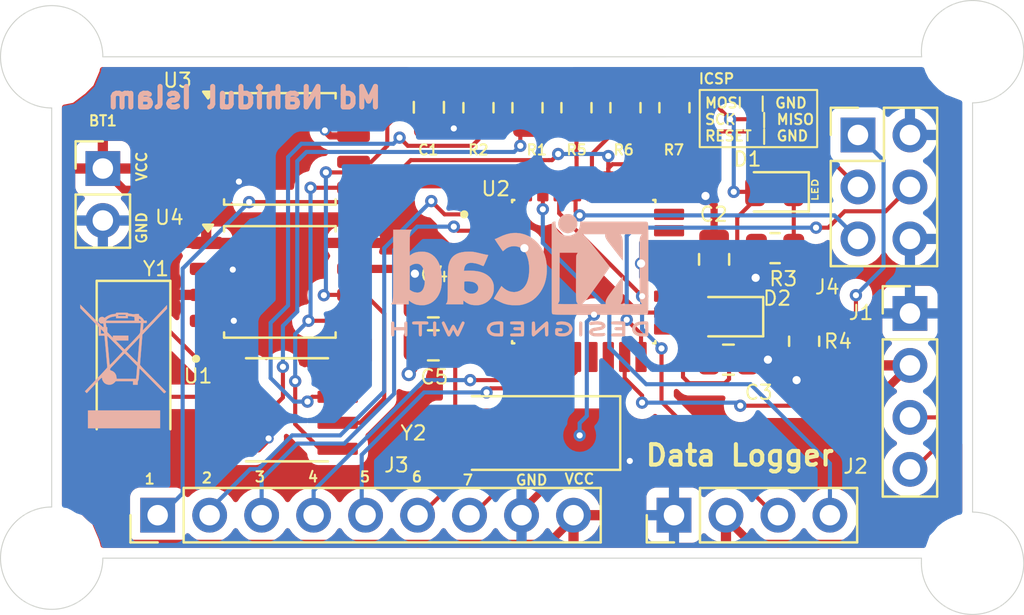
<source format=kicad_pcb>
(kicad_pcb (version 20240108) (generator "pcbnew") (generator_version "8.0")
  (title_block (title "${project_name}") (date "2024-09-26") (comment 1 "2 Layer PCB Version"))
  (layers (0 "F.Cu" signal) (31 "B.Cu" signal) (34 "B.Paste" user) (35 "F.Paste" user) (36 "B.SilkS" user "B.Silkscreen") (37 "F.SilkS" user "F.Silkscreen") (38 "B.Mask" user) (39 "F.Mask" user) (44 "Edge.Cuts" user))
  (property "project_name" "MCU DataLogger with memory and clock")
  (net 0 "")
  (net 1 "GND")
  (net 2 "/VCC")
  (net 3 "Net-(U2-AREF)")
  (net 4 "Net-(U2-PB6)")
  (net 5 "Net-(U2-PB7)")
  (net 6 "Net-(D1-K)")
  (net 7 "/SCK")
  (net 8 "Net-(D2-K)")
  (net 9 "/SDA")
  (net 10 "/TX")
  (net 11 "/RX")
  (net 12 "/D8")
  (net 13 "/D7")
  (net 14 "/D3")
  (net 15 "/D2")
  (net 16 "/D6")
  (net 17 "/MISO")
  (net 18 "/MOSI")
  (net 19 "/RESET")
  (net 20 "Net-(U1-~{INTA})")
  (net 21 "Net-(U1-SQW{slash}~INT)")
  (net 22 "Net-(U1-X2)")
  (net 23 "Net-(U1-X1)")
  (net 32 "/D5")
  (net 33 "/D4")
  (footprint "Package_SO:SOIC-8_5.23x5.23mm_P1.27mm" (layer "F.Cu") (at 101.15 64.5)
    (property "Reference" "U3")
    (property "Value" "24LC1025" (hide yes))
  )
  (footprint "Resistor_SMD:R_0805_2012Metric" (layer "F.Cu") (at 118.038 62.4875 -90)
    (property "Reference" "R6")
    (property "Value" "4.7K" (hide yes))
  )
  (footprint "MountingHole:MountingHole_2.1mm" (layer "F.Cu") (at 90 60)
    (property "Reference" "H1" (hide yes))
    (property "Value" "MountingHole" (hide yes))
  )
  (footprint "MountingHole:MountingHole_2.1mm" (layer "F.Cu") (at 135 84.75)
    (property "Reference" "H4" (hide yes))
    (property "Value" "MountingHole" (hide yes))
  )
  (footprint "ATMEGA328P-AU:QFP80P900X900X120-32N" (layer "F.Cu") (at 116 70.5)
    (property "Reference" "U2")
    (property "Value" "ATMEGA328P-AU" (hide yes))
  )
  (footprint "Resistor_SMD:R_0805_2012Metric" (layer "F.Cu") (at 110.856 62.4875 -90)
    (property "Reference" "R2")
    (property "Value" "10K" (hide yes))
  )
  (footprint "Connector_PinHeader_2.54mm:PinHeader_1x02_P2.54mm_Vertical" (layer "F.Cu") (at 92.5 65.46)
    (property "Reference" "BT1")
    (property "Value" "Battery" (hide yes))
  )
  (footprint "Resistor_SMD:R_0805_2012Metric" (layer "F.Cu") (at 113.25 62.4875 -90)
    (property "Reference" "R1")
    (property "Value" "10K" (hide yes))
  )
  (footprint "DS1337S_:SOIC127P600X175-8N" (layer "F.Cu") (at 101.5 77.25)
    (property "Reference" "U1")
    (property "Value" "DS1337S_" (hide yes))
  )
  (footprint "Resistor_SMD:R_0805_2012Metric" (layer "F.Cu") (at 115.644 62.4875 -90)
    (property "Reference" "R5")
    (property "Value" "10K" (hide yes))
  )
  (footprint "Capacitor_SMD:C_0805_2012Metric" (layer "F.Cu") (at 108.432 62.4675 -90)
    (property "Reference" "C1")
    (property "Value" ".1uF" (hide yes))
  )
  (footprint "Connector_PinHeader_2.54mm:PinHeader_1x09_P2.54mm_Vertical" (layer "F.Cu") (at 95.18 82.4 90)
    (property "Reference" "J3")
    (property "Value" "Conn_01x09_Pin" (hide yes))
  )
  (footprint "Connector_PinHeader_2.54mm:PinHeader_1x04_P2.54mm_Vertical" (layer "F.Cu") (at 131.94 72.54)
    (property "Reference" "J1")
    (property "Value" "Conn_01x04_Pin" (hide yes))
  )
  (footprint "Crystal:Crystal_SMD_5032-2Pin_5.0x3.2mm_HandSoldering" (layer "F.Cu") (at 113.2332 78.3844 180)
    (property "Reference" "Y2")
    (property "Value" "16MHz" (hide yes))
  )
  (footprint "Resistor_SMD:R_0805_2012Metric" (layer "F.Cu") (at 120.432 62.4875 -90)
    (property "Reference" "R7")
    (property "Value" "4.7K" (hide yes))
  )
  (footprint "Capacitor_SMD:C_0805_2012Metric" (layer "F.Cu") (at 108.65 74.1 180)
    (property "Reference" "C5")
    (property "Value" "22pF" (hide yes))
  )
  (footprint "Resistor_SMD:R_0805_2012Metric" (layer "F.Cu") (at 125.35 69.35)
    (property "Reference" "R3")
    (property "Value" "330" (hide yes))
  )
  (footprint "Connector_PinHeader_2.54mm:PinHeader_1x04_P2.54mm_Vertical" (layer "F.Cu") (at 120.41 82.4 90)
    (property "Reference" "J2")
    (property "Value" "Conn_01x04_Pin" (hide yes))
  )
  (footprint "LED_SMD:LED_0805_2012Metric" (layer "F.Cu") (at 123.0843 72.7 180)
    (property "Reference" "D2")
    (property "Value" "LED" (hide yes))
  )
  (footprint "LED_SMD:LED_0805_2012Metric" (layer "F.Cu") (at 125.3125 66.6 180)
    (property "Reference" "D1")
    (property "Value" "LED")
  )
  (footprint "Capacitor_SMD:C_0805_2012Metric" (layer "F.Cu") (at 123.07 74.8)
    (property "Reference" "C3")
    (property "Value" "100nF" (hide yes))
  )
  (footprint "Crystal:Crystal_SMD_5032-2Pin_5.0x3.2mm_HandSoldering" (layer "F.Cu") (at 94 75.5 -90)
    (property "Reference" "Y1")
    (property "Value" "32.768 KHz" (hide yes))
  )
  (footprint "Capacitor_SMD:C_0805_2012Metric" (layer "F.Cu") (at 108.65 72 180)
    (property "Reference" "C4")
    (property "Value" "22pF" (hide yes))
  )
  (footprint "Resistor_SMD:R_0805_2012Metric" (layer "F.Cu") (at 126.77 73.9 -90)
    (property "Reference" "R4")
    (property "Value" "330" (hide yes))
  )
  (footprint "MountingHole:MountingHole_2.1mm" (layer "F.Cu") (at 90 84.5)
    (property "Reference" "H3" (hide yes))
    (property "Value" "MountingHole" (hide yes))
  )
  (footprint "Connector_PinHeader_2.54mm:PinHeader_2x03_P2.54mm_Vertical" (layer "F.Cu") (at 129.4 63.82)
    (property "Reference" "J4")
    (property "Value" "Conn_02x03_Odd_Even" (hide yes))
  )
  (footprint "Package_SO:SOIC-8_5.23x5.23mm_P1.27mm" (layer "F.Cu") (at 101.15 71)
    (property "Reference" "U4")
    (property "Value" "24LC1025" (hide yes))
  )
  (footprint "MountingHole:MountingHole_2.1mm" (layer "F.Cu") (at 135 59.75)
    (property "Reference" "H2" (hide yes))
    (property "Value" "MountingHole" (hide yes))
  )
  (footprint "Capacitor_SMD:C_0805_2012Metric" (layer "F.Cu") (at 122.37 69.9 -90)
    (property "Reference" "C2")
    (property "Value" "0.1uF" (hide yes))
  )
  (footprint "Symbol:WEEE-Logo_4.2x6mm_SilkScreen" (layer "B.Cu") (at 93.5228 75.1332 180)
    (property "Reference" "REF**" (hide yes))
    (property "Value" "WEEE-Logo_4.2x6mm_SilkScreen" (hide yes))
  )
  (footprint "Symbol:KiCad-Logo2_5mm_SilkScreen" (layer "B.Cu") (at 112.8776 70.6628 180)
    (property "Reference" "REF**" (hide yes))
    (property "Value" "KiCad-Logo2_5mm_SilkScreen" (hide yes))
  )
  (gr_rect (start 121.666 61.6204) (end 127.4064 64.4144) (stroke (width 0.1)) (fill none) (layer "F.SilkS"))
  (gr_line (start 90 82) (end 90 62.5) (stroke (width 0.05)) (layer "Edge.Cuts"))
  (gr_arc (start 90 62.5) (mid 88.232233 58.232233) (end 92.5 60) (stroke (width 0.05)) (layer "Edge.Cuts"))
  (gr_arc (start 92.5 84.5) (mid 88.232233 86.267767) (end 90 82) (stroke (width 0.05)) (layer "Edge.Cuts"))
  (gr_line (start 135 62.25) (end 135 82.25) (stroke (width 0.05)) (layer "Edge.Cuts"))
  (gr_arc (start 135 82.25) (mid 136.767767 86.517767) (end 132.5 84.75) (stroke (width 0.05)) (layer "Edge.Cuts"))
  (gr_line (start 92.5 60) (end 132.512407 59.998759) (stroke (width 0.05)) (layer "Edge.Cuts"))
  (gr_line (start 92.5 84.5) (end 132.5 84.5) (stroke (width 0.05)) (layer "Edge.Cuts"))
  (gr_line (start 132.5 84.75) (end 132.5 84.5) (stroke (width 0.05)) (layer "Edge.Cuts"))
  (gr_arc (start 132.512407 59.998759) (mid 136.677513 57.896369) (end 135 62.25) (stroke (width 0.05)) (layer "Edge.Cuts"))
  (gr_text "Md Nahidul Islam" (at 106.2228 62.5856 0) (layer "B.SilkS") (effects (font (size 1 1) (thickness 0.25) (bold yes)) (justify left bottom mirror)))
  (gr_text "Data Logger" (at 118.9228 80.0608 0) (layer "F.SilkS") (effects (font (size 1 1) (thickness 0.2) (bold yes)) (justify left bottom)))
  (gr_text "7" (at 110.0328 80.9752 0) (layer "F.SilkS") (effects (font (size 0.5 0.5) (thickness 0.1)) (justify left bottom)))
  (gr_text "6" (at 107.5436 80.8228 0) (layer "F.SilkS") (effects (font (size 0.5 0.5) (thickness 0.1)) (justify left bottom)))
  (gr_text "2" (at 97.282 80.8736 0) (layer "F.SilkS") (effects (font (size 0.5 0.5) (thickness 0.1)) (justify left bottom)))
  (gr_text "ICSP\n" (at 121.5644 61.3664 0) (layer "F.SilkS") (effects (font (size 0.5 0.5) (thickness 0.1)) (justify left bottom)))
  (gr_text "VCC\n" (at 94.6912 66.1416 90) (layer "F.SilkS") (effects (font (size 0.5 0.5) (thickness 0.1)) (justify left bottom)))
  (gr_text "GND\n" (at 94.6912 69.1896 90) (layer "F.SilkS") (effects (font (size 0.5 0.5) (thickness 0.1)) (justify left bottom)))
  (gr_text "4" (at 102.4636 80.8228 0) (layer "F.SilkS") (effects (font (size 0.5 0.5) (thickness 0.1)) (justify left bottom)))
  (gr_text "VCC\n" (at 115.0112 80.9244 0) (layer "F.SilkS") (effects (font (size 0.5 0.5) (thickness 0.1)) (justify left bottom)))
  (gr_text "3" (at 99.8728 80.8228 0) (layer "F.SilkS") (effects (font (size 0.5 0.5) (thickness 0.1)) (justify left bottom)))
  (gr_text "GND\n" (at 112.6236 80.9752 0) (layer "F.SilkS") (effects (font (size 0.5 0.5) (thickness 0.1)) (justify left bottom)))
  (gr_text "5" (at 105.0036 80.8228 0) (layer "F.SilkS") (effects (font (size 0.5 0.5) (thickness 0.1)) (justify left bottom)))
  (gr_text "MOSI  | GND\nSCK	  | MISO\nRESET | GND" (at 121.8692 64.1604 0) (layer "F.SilkS") (effects (font (size 0.5 0.5) (thickness 0.1)) (justify left bottom)))
  (gr_text "1\n" (at 94.488 80.9244 0) (layer "F.SilkS") (effects (font (size 0.5 0.5) (thickness 0.1)) (justify left bottom)))
  (segment (start 110.35 70.65) (end 107.8 70.65) (width 0.35) (layer "F.Cu") (net 1))
  (segment (start 109.5675 63.4175) (end 108.432 63.4175) (width 0.35) (layer "F.Cu") (net 1))
  (segment (start 107.8 70.65) (end 107.75 70.6) (width 0.35) (layer "F.Cu") (net 1))
  (segment (start 114.5 80.65) (end 117.6 80.65) (width 0.35) (layer "F.Cu") (net 1))
  (segment (start 98.9 72.9) (end 97.555 72.9) (width 0.35) (layer "F.Cu") (net 1))
  (segment (start 111.83 70.9) (end 110.6 70.9) (width 0.35) (layer "F.Cu") (net 1))
  (segment (start 107.7 70.65) (end 107.75 70.6) (width 0.35) (layer "F.Cu") (net 1))
  (segment (start 122.37 67.22) (end 121.95 66.8) (width 0.35) (layer "F.Cu") (net 1))
  (segment (start 99.025 79.155) (end 100.095 79.155) (width 0.35) (layer "F.Cu") (net 1))
  (segment (start 124.4375 70.7625) (end 124.4 70.8) (width 0.35) (layer "F.Cu") (net 1))
  (segment (start 104.75 70.365) (end 107.515 70.365) (width 0.4) (layer "F.Cu") (net 1))
  (segment (start 103.615 63.865) (end 103.35 63.6) (width 0.35) (layer "F.Cu") (net 1))
  (segment (start 124.02 74.8) (end 125 74.8) (width 0.35) (layer "F.Cu") (net 1))
  (segment (start 97.55 66.405) (end 98.845 66.405) (width 0.35) (layer "F.Cu") (net 1))
  (segment (start 111.83 69.3) (end 113.05 69.3) (width 0.35) (layer "F.Cu") (net 1))
  (segment (start 118.8 70.1) (end 120.17 70.1) (width 0.35) (layer "F.Cu") (net 1))
  (segment (start 113.05 69.3) (end 113.1 69.35) (width 0.35) (layer "F.Cu") (net 1))
  (segment (start 126.77 74.8125) (end 126.77 75.43) (width 0.35) (layer "F.Cu") (net 1))
  (segment (start 97.555 72.9) (end 97.55 72.905) (width 0.35) (layer "F.Cu") (net 1))
  (segment (start 118.25 80) (end 118.25 79.75) (width 0.35) (layer "F.Cu") (net 1))
  (segment (start 110.6 70.9) (end 110.35 70.65) (width 0.35) (layer "F.Cu") (net 1))
  (segment (start 109.65 63.5) (end 109.5675 63.4175) (width 0.35) (layer "F.Cu") (net 1))
  (segment (start 98.85 70.4) (end 97.585 70.4) (width 0.35) (layer "F.Cu") (net 1))
  (segment (start 104.75 63.865) (end 103.615 63.865) (width 0.35) (layer "F.Cu") (net 1))
  (segment (start 107.45 75.5) (end 107.7 75.25) (width 0.35) (layer "F.Cu") (net 1))
  (segment (start 122.37 68.95) (end 122.37 67.22) (width 0.35) (layer "F.Cu") (net 1))
  (segment (start 124.4375 69.35) (end 124.4375 70.7625) (width 0.35) (layer "F.Cu") (net 1))
  (segment (start 107.515 70.365) (end 107.75 70.6) (width 0.35) (layer "F.Cu") (net 1))
  (segment (start 126.77 75.43) (end 126.4 75.8) (width 0.35) (layer "F.Cu") (net 1))
  (segment (start 107.7 72) (end 107.7 70.65) (width 0.35) (layer "F.Cu") (net 1))
  (segment (start 97.585 70.4) (end 97.55 70.365) (width 0.35) (layer "F.Cu") (net 1))
  (segment (start 107.7 75.25) (end 107.7 74.1) (width 0.35) (layer "F.Cu") (net 1))
  (segment (start 112.96 82.55) (end 112.96 82.19) (width 0.35) (layer "F.Cu") (net 1))
  (segment (start 100.095 79.155) (end 100.6 78.65) (width 0.35) (layer "F.Cu") (net 1))
  (segment (start 98.845 66.405) (end 99.15 66.1) (width 0.35) (layer "F.Cu") (net 1))
  (segment (start 117.6 80.65) (end 118.25 80) (width 0.35) (layer "F.Cu") (net 1))
  (segment (start 112.96 82.19) (end 114.5 80.65) (width 0.35) (layer "F.Cu") (net 1))
  (via (at 107.75 70.6) (size 0.9) (drill 0.4) (layers "F.Cu" "B.Cu") (net 1))
  (via (at 121.95 66.8) (size 0.9) (drill 0.4) (layers "F.Cu" "B.Cu") (net 1))
  (via (at 126.4 75.8) (size 0.9) (drill 0.4) (layers "F.Cu" "B.Cu") (net 1))
  (via (at 118.25 79.75) (size 0.6) (drill 0.3) (layers "F.Cu" "B.Cu") (net 1))
  (via (at 100.6 78.65) (size 0.5) (drill 0.3) (layers "F.Cu" "B.Cu") (net 1))
  (via (at 124.4 70.8) (size 0.9) (drill 0.4) (layers "F.Cu" "B.Cu") (net 1))
  (via (at 98.85 70.4) (size 0.5) (drill 0.3) (layers "F.Cu" "B.Cu") (net 1))
  (via (at 98.9 72.9) (size 0.5) (drill 0.3) (layers "F.Cu" "B.Cu") (net 1))
  (via (at 103.35 63.6) (size 0.5) (drill 0.3) (layers "F.Cu" "B.Cu") (net 1))
  (via (at 118.8 70.1) (size 0.6) (drill 0.4) (layers "F.Cu" "B.Cu") (net 1))
  (via (at 99.15 66.1) (size 0.5) (drill 0.3) (layers "F.Cu" "B.Cu") (net 1))
  (via (at 109.65 63.5) (size 0.5) (drill 0.3) (layers "F.Cu" "B.Cu") (net 1))
  (via (at 113.1 69.35) (size 0.9) (drill 0.4) (layers "F.Cu" "B.Cu") (net 1))
  (via (at 125 74.8) (size 0.9) (drill 0.4) (layers "F.Cu" "B.Cu") (net 1))
  (via (at 107.45 75.5) (size 0.7) (drill 0.4) (layers "F.Cu" "B.Cu") (net 1))
  (segment (start 112.96 82.55) (end 112.96 82.09) (width 0.35) (layer "B.Cu") (net 1))
  (segment (start 109.85 69.7) (end 107.9 67.75) (width 0.3) (layer "F.Cu") (net 2))
  (segment (start 111.83 71.7) (end 117.9 71.7) (width 0.2) (layer "F.Cu") (net 2))
  (segment (start 95.55 66.45) (end 93.49 66.45) (width 0.3) (layer "F.Cu") (net 2))
  (segment (start 108.167 61.7825) (end 108.432 61.5175) (width 0.2) (layer "F.Cu") (net 2))
  (segment (start 122.12 72.7268) (end 122.1468 72.7) (width 0.2) (layer "F.Cu") (net 2))
  (segment (start 90.75 70.1) (end 90.75 69.95) (width 0.2) (layer "F.Cu") (net 2))
  (segment (start 90.75 69.95) (end 90.75 63.35) (width 0.4) (layer "F.Cu") (net 2))
  (segment (start 97.55 69.095) (end 97.545 69.1) (width 0.2) (layer "F.Cu") (net 2))
  (segment (start 120.17 72.5) (end 121.9468 72.5) (width 0.2) (layer "F.Cu") (net 2))
  (segment (start 96.15 69.1) (end 94.9 70.35) (width 0.4) (layer "F.Cu") (net 2))
  (segment (start 106.345 61.5175) (end 108.432 61.5175) (width 0.4) (layer "F.Cu") (net 2))
  (segment (start 103.975 75.345) (end 104.605 75.345) (width 0.2) (layer "F.Cu") (net 2))
  (segment (start 105.2675 62.595) (end 106.345 61.5175) (width 0.4) (layer "F.Cu") (net 2))
  (segment (start 93.49 66.45) (end 92.5 65.46) (width 0.3) (layer "F.Cu") (net 2))
  (segment (start 100.5 73.4) (end 100.25 73.15) (width 0.4) (layer "F.Cu") (net 2))
  (segment (start 99.9 70.9) (end 99.9 70.445) (width 0.4) (layer "F.Cu") (net 2))
  (segment (start 91.05 70.35) (end 90.8 70.1) (width 0.4) (layer "F.Cu") (net 2))
  (segment (start 130 83.15) (end 130 77.02) (width 0.4) (layer "F.Cu") (net 2))
  (segment (start 99.9 70.445) (end 98.55 69.095) (width 0.4) (layer "F.Cu") (net 2))
  (segment (start 124.2 83.8) (end 129.35 83.8) (width 0.4) (layer "F.Cu") (net 2))
  (segment (start 97.55 65.135) (end 97.55 63.865) (width 0.4) (layer "F.Cu") (net 2))
  (segment (start 97.545 69.1) (end 96.15 69.1) (width 0.4) (layer "F.Cu") (net 2))
  (segment (start 97.55 71.635) (end 99.165 71.635) (width 0.4) (layer "F.Cu") (net 2))
  (segment (start 99.165 71.635) (end 99.9 70.9) (width 0.4) (layer "F.Cu") (net 2))
  (segment (start 110.35 69.7) (end 109.85 69.7) (width 0.3) (layer "F.Cu") (net 2))
  (segment (start 102.945 75.345) (end 101 73.4) (width 0.4) (layer "F.Cu") (net 2))
  (segment (start 113.05 71.4) (end 113.05 70.45) (width 0.2) (layer "F.Cu") (net 2))
  (segment (start 91.505 62.595) (end 97.55 62.595) (width 0.4) (layer "F.Cu") (net 2))
  (segment (start 112.75 71.7) (end 113.05 71.4) (width 0.2) (layer "F.Cu") (net 2))
  (segment (start 115.644 61.575) (end 118.038 61.575) (width 0.4) (layer "F.Cu") (net 2))
  (segment (start 118.7 72.5) (end 120.17 72.5) (width 0.2) (layer "F.Cu") (net 2))
  (segment (start 97.55 62.595) (end 104.75 62.595) (width 0.4) (layer "F.Cu") (net 2))
  (segment (start 100.25 73.15) (end 100.25 72.2) (width 0.4) (layer "F.Cu") (net 2))
  (segment (start 103.975 75.345) (end 102.945 75.345) (width 0.4) (layer "F.Cu") (net 2))
  (segment (start 96.135 69.095) (end 97.55 69.095) (width 0.4) (layer "F.Cu") (net 2))
  (segment (start 100.25 72.2) (end 99.685 71.635) (width 0.4) (layer "F.Cu") (net 2))
  (segment (start 104.75 69.095) (end 98.55 69.095) (width 0.4) (layer "F.Cu") (net 2))
  (segment (start 129.35 83.8) (end 130 83.15) (width 0.4) (layer "F.Cu") (net 2))
  (segment (start 118.038 61.575) (end 120.432 61.575) (width 0.4) (layer "F.Cu") (net 2))
  (segment (start 130 77.02) (end 131.94 75.08) (width 0.4) (layer "F.Cu") (net 2))
  (segment (start 97.55 63.865) (end 97.55 62.595) (width 0.4) (layer "F.Cu") (net 2))
  (segment (start 90.75 63.35) (end 91.505 62.595) (width 0.4) (layer "F.Cu") (net 2))
  (segment (start 93.4 83.8) (end 90.75 81.15) (width 0.4) (layer "F.Cu") (net 2))
  (segment (start 90.8 70.1) (end 90.75 70.1) (width 0.2) (layer "F.Cu") (net 2))
  (segment (start 96.85 67.75) (end 95.55 66.45) (width 0.3) (layer "F.Cu") (net 2))
  (segment (start 108.432 61.5175) (end 110.7985 61.5175) (width 0.4) (layer "F.Cu") (net 2))
  (segment (start 111.83 71.7) (end 112.75 71.7) (width 0.2) (layer "F.Cu") (net 2))
  (segment (start 107.9 67.75) (end 96.85 67.75) (width 0.3) (layer "F.Cu") (net 2))
  (segment (start 122.95 82.55) (end 124.2 83.8) (width 0.4) (layer "F.Cu") (net 2))
  (segment (start 110.7985 61.5175) (end 110.856 61.575) (width 0.2) (layer "F.Cu") (net 2))
  (segment (start 99.685 71.635) (end 97.55 71.635) (width 0.4) (layer "F.Cu") (net 2))
  (segment (start 112.7 70.1) (end 111.83 70.1) (width 0.2) (layer "F.Cu") (net 2))
  (segment (start 110.856 61.575) (end 113.25 61.575) (width 0.4) (layer "F.Cu") (net 2))
  (segment (start 110.75 70.1) (end 110.35 69.7) (width 0.3) (layer "F.Cu") (net 2))
  (segment (start 115.5 82.55) (end 114.25 83.8) (width 0.4) (layer "F.Cu") (net 2))
  (segment (start 111.83 70.1) (end 110.75 70.1) (width 0.3) (layer "F.Cu") (net 2))
  (segment (start 113.25 61.575) (end 115.644 61.575) (width 0.4) (layer "F.Cu") (net 2))
  (segment (start 98.55 69.095) (end 97.55 69.095) (width 0.4) (layer "F.Cu") (net 2))
  (segment (start 94.9 70.35) (end 91.05 70.35) (width 0.4) (layer "F.Cu") (net 2))
  (segment (start 117.9 71.7) (end 118.7 72.5) (width 0.2) (layer "F.Cu") (net 2))
  (segment (start 104.75 62.595) (end 105.2675 62.595) (width 0.2) (layer "F.Cu") (net 2))
  (segment (start 114.25 83.8) (end 93.4 83.8) (width 0.4) (layer "F.Cu") (net 2))
  (segment (start 122.12 74.8) (end 122.12 72.7268) (width 0.2) (layer "F.Cu") (net 2))
  (segment (start 92.5 65.46) (end 96.135 69.095) (width 0.4) (layer "F.Cu") (net 2))
  (segment (start 90.75 81.15) (end 90.75 69.95) (width 0.4) (layer "F.Cu") (net 2))
  (segment (start 121.9468 72.5) (end 122.1468 72.7) (width 0.2) (layer "F.Cu") (net 2))
  (segment (start 101 73.4) (end 100.5 73.4) (width 0.4) (layer "F.Cu") (net 2))
  (segment (start 113.05 70.45) (end 112.7 70.1) (width 0.2) (layer "F.Cu") (net 2))
  (segment (start 120.17 70.9) (end 122.32 70.9) (width 0.2) (layer "F.Cu") (net 3))
  (segment (start 122.32 70.9) (end 122.37 70.85) (width 0.2) (layer "F.Cu") (net 3))
  (segment (start 109.72 72) (end 110.22 72.5) (width 0.2) (layer "F.Cu") (net 4))
  (segment (start 116.5 72.6) (end 116.4 72.5) (width 0.2) (layer "F.Cu") (net 4))
  (segment (start 116.4 72.5) (end 111.83 72.5) (width 0.2) (layer "F.Cu") (net 4))
  (segment (start 110.22 72.5) (end 111.83 72.5) (width 0.2) (layer "F.Cu") (net 4))
  (via (at 116.5 72.6) (size 0.6) (drill 0.3) (layers "F.Cu" "B.Cu") (net 4))
  (via (at 115.8 78.5) (size 0.6) (drill 0.3) (layers "F.Cu" "B.Cu") (net 4))
  (segment (start 116.15 77.55) (end 116.15 72.95) (width 0.2) (layer "B.Cu") (net 4))
  (segment (start 115.8 77.9) (end 116.15 77.55) (width 0.2) (layer "B.Cu") (net 4))
  (segment (start 115.8 78.5) (end 115.8 77.9) (width 0.2) (layer "B.Cu") (net 4))
  (segment (start 116.15 72.95) (end 116.5 72.6) (width 0.2) (layer "B.Cu") (net 4))
  (segment (start 110.3 73.35) (end 111.78 73.35) (width 0.2) (layer "F.Cu") (net 5))
  (segment (start 109.72 74.1) (end 109.72 73.93) (width 0.2) (layer "F.Cu") (net 5))
  (segment (start 109.72 77.37) (end 109.72 74.1) (width 0.2) (layer "F.Cu") (net 5))
  (segment (start 110.6 78.5) (end 109.72 77.62) (width 0.2) (layer "F.Cu") (net 5))
  (segment (start 111.78 73.35) (end 111.83 73.3) (width 0.2) (layer "F.Cu") (net 5))
  (segment (start 109.72 73.93) (end 110.3 73.35) (width 0.2) (layer "F.Cu") (net 5))
  (segment (start 126.2625 69.35) (end 126.2625 66.6125) (width 0.2) (layer "F.Cu") (net 6))
  (segment (start 126.2625 66.6125) (end 126.25 66.6) (width 0.2) (layer "F.Cu") (net 6))
  (segment (start 131.94 80.16) (end 132.06 80.16) (width 0.2) (layer "F.Cu") (net 7))
  (segment (start 132.942158 61.842158) (end 132.907843 61.842158) (width 0.2) (layer "F.Cu") (net 7))
  (segment (start 106.25 76.7) (end 106.25 72.55) (width 0.2) (layer "F.Cu") (net 7))
  (segment (start 104.75 71.635) (end 103.315 71.635) (width 0.2) (layer "F.Cu") (net 7))
  (segment (start 124.375 66.6) (end 124.33 66.555) (width 0.2) (layer "F.Cu") (net 7))
  (segment (start 120.85 73.98) (end 120.17 73.3) (width 0.2) (layer "F.Cu") (net 7))
  (segment (start 119.6795 62.45) (end 122.55 62.45) (width 0.2) (layer "F.Cu") (net 7))
  (segment (start 104.235 65.65) (end 104.75 65.135) (width 0.2) (layer "F.Cu") (net 7))
  (segment (start 127.05 61.7) (end 125.7 63.05) (width 0.2) (layer "F.Cu") (net 7))
  (segment (start 107.1825 62.5675) (end 117.712 62.5675) (width 0.2) (layer "F.Cu") (net 7))
  (segment (start 128.19 65.15) (end 129.4 66.36) (width 0.2) (layer "F.Cu") (net 7))
  (segment (start 118.038 63.4) (end 118.7295 63.4) (width 0.2) (layer "F.Cu") (net 7))
  (segment (start 123.5 67.85) (end 123.5 71.5) (width 0.2) (layer "F.Cu") (net 7))
  (segment (start 120.85 75.65) (end 120.85 73.98) (width 0.2) (layer "F.Cu") (net 7))
  (segment (start 122.9 75.95) (end 121.15 75.95) (width 0.2) (layer "F.Cu") (net 7))
  (segment (start 124.33 66.555) (end 124.33 65.45) (width 0.2) (layer "F.Cu") (net 7))
  (segment (start 134.05 62.95) (end 132.942158 61.842158) (width 0.2) (layer "F.Cu") (net 7))
  (segment (start 103.315 71.635) (end 103.3 71.65) (width 0.2) (layer "F.Cu") (net 7))
  (segment (start 117.712 62.5675) (end 118.038 62.8935) (width 0.2) (layer "F.Cu") (net 7))
  (segment (start 106.4 64.35) (end 106.4 63.35) (width 0.2) (layer "F.Cu") (net 7))
  (segment (start 105.065 77.885) (end 106.25 76.7) (width 0.2) (layer "F.Cu") (net 7))
  (segment (start 106.25 72.55) (end 105.335 71.635) (width 0.2) (layer "F.Cu") (net 7))
  (segment (start 132.907843 61.842158) (end 132.907843 61.807843) (width 0.2) (layer "F.Cu") (net 7))
  (segment (start 117.7495 63.4) (end 118.038 63.4) (width 0.2) (layer "F.Cu") (net 7))
  (segment (start 125.7 63.05) (end 123.15 63.05) (width 0.2) (layer "F.Cu") (net 7))
  (segment (start 134.05 78.25) (end 134.05 62.95) (width 0.2) (layer "F.Cu") (net 7))
  (segment (start 123.5 71.5) (end 123.1 71.9) (width 0.2) (layer "F.Cu") (net 7))
  (segment (start 124.375 66.6) (end 123.33 66.6) (width 0.2) (layer "F.Cu") (net 7))
  (segment (start 106.4 63.35) (end 107.1825 62.5675) (width 0.2) (layer "F.Cu") (net 7))
  (segment (start 124.375 66.975) (end 124.375 66.6) (width 0.2) (layer "F.Cu") (net 7))
  (segment (start 105.615 65.135) (end 106.4 64.35) (width 0.2) (layer "F.Cu") (net 7))
  (segment (start 132.1 80.2) (end 134.05 78.25) (width 0.2) (layer "F.Cu") (net 7))
  (segment (start 118.7295 63.4) (end 119.6795 62.45) (width 0.2) (layer "F.Cu") (net 7))
  (segment (start 103.975 77.885) (end 105.065 77.885) (width 0.2) (layer "F.Cu") (net 7))
  (segment (start 116.4 66.33) (end 116.4 64.7495) (width 0.2) (layer "F.Cu") (net 7))
  (segment (start 122.55 62.45) (end 123.15 63.05) (width 0.2) (layer "F.Cu") (net 7))
  (segment (start 123.1 71.9) (end 123.1 75.75) (width 0.2) (layer "F.Cu") (net 7))
  (segment (start 104.75 65.135) (end 105.615 65.135) (width 0.2) (layer "F.Cu") (net 7))
  (segment (start 124.33 65.45) (end 124.63 65.15) (width 0.2) (layer "F.Cu") (net 7))
  (segment (start 123.1 75.75) (end 122.9 75.95) (width 0.2) (layer "F.Cu") (net 7))
  (segment (start 121.15 75.95) (end 120.85 75.65) (width 0.2) (layer "F.Cu") (net 7))
  (segment (start 132.06 80.16) (end 132.1 80.2) (width 0.2) (layer "F.Cu") (net 7))
  (segment (start 123.5 67.85) (end 124.375 66.975) (width 0.2) (layer "F.Cu") (net 7))
  (segment (start 124.63 65.15) (end 128.19 65.15) (width 0.2) (layer "F.Cu") (net 7))
  (segment (start 132.907843 61.807843) (end 132.8 61.7) (width 0.2) (layer "F.Cu") (net 7))
  (segment (start 118.038 62.8935) (end 118.038 63.4) (width 0.2) (layer "F.Cu") (net 7))
  (segment (start 116.4 64.7495) (end 117.7495 63.4) (width 0.2) (layer "F.Cu") (net 7))
  (segment (start 105.335 71.635) (end 104.75 71.635) (width 0.2) (layer "F.Cu") (net 7))
  (segment (start 103.4 65.65) (end 104.235 65.65) (width 0.2) (layer "F.Cu") (net 7))
  (segment (start 132.8 61.7) (end 127.05 61.7) (width 0.2) (layer "F.Cu") (net 7))
  (via (at 103.3 71.65) (size 0.6) (drill 0.3) (layers "F.Cu" "B.Cu") (net 7))
  (via (at 123.33 66.6) (size 0.6) (drill 0.3) (layers "F.Cu" "B.Cu") (net 7))
  (via (at 123.15 63.05) (size 0.6) (drill 0.3) (layers "F.Cu" "B.Cu") (net 7))
  (via (at 103.4 65.65) (size 0.6) (drill 0.3) (layers "F.Cu" "B.Cu") (net 7))
  (segment (start 103.4 71.55) (end 103.3 71.65) (width 0.2) (layer "B.Cu") (net 7))
  (segment (start 103.4 65.65) (end 103.4 71.55) (width 0.2) (layer "B.Cu") (net 7))
  (segment (start 123.33 66.6) (end 123.33 63.15) (width 0.2) (layer "B.Cu") (net 7))
  (segment (start 126.4825 72.7) (end 126.77 72.9875) (width 0.2) (layer "F.Cu") (net 8))
  (segment (start 124.0218 72.7) (end 126.4825 72.7) (width 0.2) (layer "F.Cu") (net 8))
  (segment (start 131.94 77.62) (end 133.23 77.62) (width 0.2) (layer "F.Cu") (net 9))
  (segment (start 117.2 66.33) (end 117.2 65.45) (width 0.2) (layer "F.Cu") (net 9))
  (segment (start 107.55 65.05) (end 114.3 65.05) (width 0.2) (layer "F.Cu") (net 9))
  (segment (start 118.8295 65.25) (end 120.432 63.6475) (width 0.2) (layer "F.Cu") (net 9))
  (segment (start 104.755 66.4) (end 106.2 66.4) (width 0.2) (layer "F.Cu") (net 9))
  (segment (start 117.2 64.85) (end 117.2 66.33) (width 0.2) (layer "F.Cu") (net 9))
  (segment (start 101.9 75.85) (end 101.9 77.95) (width 0.2) (layer "F.Cu") (net 9))
  (segment (start 120.682 63.65) (end 120.432 63.4) (width 0.2) (layer "F.Cu") (net 9))
  (segment (start 104.745 72.9) (end 104.75 72.905) (width 0.2) (layer "F.Cu") (net 9))
  (segment (start 132.7 62.2) (end 127.2 62.2) (width 0.2) (layer "F.Cu") (net 9))
  (segment (start 133.65 77.2) (end 133.65 63.15) (width 0.2) (layer "F.Cu") (net 9))
  (segment (start 114.3 65.05) (end 114.45 65.05) (width 0.2) (layer "F.Cu") (net 9))
  (segment (start 120.432 63.6475) (end 120.432 63.4) (width 0.2) (layer "F.Cu") (net 9))
  (segment (start 114.45 65.05) (end 114.75 64.75) (width 0.2) (layer "F.Cu") (net 9))
  (segment (start 117.2 65.45) (end 117.4 65.25) (width 0.2) (layer "F.Cu") (net 9))
  (segment (start 133.65 63.15) (end 132.7 62.2) (width 0.2) (layer "F.Cu") (net 9))
  (segment (start 104.75 66.405) (end 104.755 66.4) (width 0.2) (layer "F.Cu") (net 9))
  (segment (start 125.75 63.65) (end 120.682 63.65) (width 0.2) (layer "F.Cu") (net 9))
  (segment (start 104.745 66.4) (end 102.65 66.4) (width 0.2) (layer "F.Cu") (net 9))
  (segment (start 104.75 66.405) (end 104.745 66.4) (width 0.2) (layer "F.Cu") (net 9))
  (segment (start 127.2 62.2) (end 125.75 63.65) (width 0.2) (layer "F.Cu") (net 9))
  (segment (start 117.4 65.25) (end 118.8295 65.25) (width 0.2) (layer "F.Cu") (net 9))
  (segment (start 133.23 77.62) (end 133.65 77.2) (width 0.2) (layer "F.Cu") (net 9))
  (segment (start 106.2 66.4) (end 107.55 65.05) (width 0.2) (layer "F.Cu") (net 9))
  (segment (start 103.105 79.155) (end 103.975 79.155) (width 0.2) (layer "F.Cu") (net 9))
  (segment (start 102.55 72.9) (end 104.745 72.9) (width 0.2) (layer "F.Cu") (net 9))
  (segment (start 101.9 77.95) (end 103.105 79.155) (width 0.2) (layer "F.Cu") (net 9))
  (via (at 114.75 64.75) (size 0.6) (drill 0.3) (layers "F.Cu" "B.Cu") (net 9))
  (via (at 102.65 66.4) (size 0.6) (drill 0.3) (layers "F.Cu" "B.Cu") (net 9))
  (via (at 102.55 72.9) (size 0.6) (drill 0.3) (layers "F.Cu" "B.Cu") (net 9))
  (via (at 117.2 64.85) (size 0.6) (drill 0.3) (layers "F.Cu" "B.Cu") (net 9))
  (via (at 101.9 75.85) (size 0.6) (drill 0.3) (layers "F.Cu" "B.Cu") (net 9))
  (segment (start 101.9 75.85) (end 101.9 73.55) (width 0.2) (layer "B.Cu") (net 9))
  (segment (start 101.9 73.55) (end 102.55 72.9) (width 0.2) (layer "B.Cu") (net 9))
  (segment (start 117.1 64.75) (end 117.2 64.85) (width 0.2) (layer "B.Cu") (net 9))
  (segment (start 114.75 64.75) (end 117.1 64.75) (width 0.2) (layer "B.Cu") (net 9))
  (segment (start 102.65 66.4) (end 102.65 72.8) (width 0.2) (layer "B.Cu") (net 9))
  (segment (start 102.65 72.8) (end 102.55 72.9) (width 0.2) (layer "B.Cu") (net 9))
  (segment (start 114 66.33) (end 114 67.45) (width 0.2) (layer "F.Cu") (net 10))
  (via (at 114 67.45) (size 0.6) (drill 0.3) (layers "F.Cu" "B.Cu") (net 10))
  (segment (start 114 69.1) (end 117.25 72.35) (width 0.2) (layer "B.Cu") (net 10))
  (segment (start 117.25 74.2) (end 119.05 76) (width 0.2) (layer "B.Cu") (net 10))
  (segment (start 114 67.45) (end 114 69.1) (width 0.2) (layer "B.Cu") (net 10))
  (segment (start 117.25 72.35) (end 117.25 74.2) (width 0.2) (layer "B.Cu") (net 10))
  (segment (start 119.05 76) (end 124.15 76) (width 0.2) (layer "B.Cu") (net 10))
  (segment (start 124.15 76) (end 128.03 79.88) (width 0.2) (layer "B.Cu") (net 10))
  (segment (start 128.03 79.88) (end 128.03 82.55) (width 0.2) (layer "B.Cu") (net 10))
  (segment (start 119.8 76.86) (end 125.49 82.55) (width 0.2) (layer "F.Cu") (net 11))
  (segment (start 114.8 67.65) (end 118.85 71.7) (width 0.2) (layer "F.Cu") (net 11))
  (segment (start 114.8 66.33) (end 114.8 67.65) (width 0.2) (layer "F.Cu") (net 11))
  (segment (start 119.8 74.25) (end 119.8 76.86) (width 0.2) (layer "F.Cu") (net 11))
  (via (at 119.8 74.25) (size 0.6) (drill 0.3) (layers "F.Cu" "B.Cu") (net 11))
  (via (at 118.85 71.7) (size 0.6) (drill 0.3) (layers "F.Cu" "B.Cu") (net 11))
  (segment (start 118.85 73.3) (end 119.8 74.25) (width 0.2) (layer "B.Cu") (net 11))
  (segment (start 118.85 71.7) (end 118.85 73.3) (width 0.2) (layer "B.Cu") (net 11))
  (segment (start 114 77) (end 115.6 75.4) (width 0.2) (layer "F.Cu") (net 12))
  (segment (start 113.45 77) (end 114 77) (width 0.2) (layer "F.Cu") (net 12))
  (segment (start 110.42 82.55) (end 112.12 80.85) (width 0.2) (layer "F.Cu") (net 12))
  (segment (start 115.6 75.4) (end 115.6 74.67) (width 0.2) (layer "F.Cu") (net 12))
  (segment (start 113.35 77.1) (end 113.45 77) (width 0.2) (layer "F.Cu") (net 12))
  (segment (start 112.5 80.85) (end 113.35 80) (width 0.2) (layer "F.Cu") (net 12))
  (segment (start 113.35 80) (end 113.35 77.1) (width 0.2) (layer "F.Cu") (net 12))
  (segment (start 112.12 80.85) (end 112.5 80.85) (width 0.2) (layer "F.Cu") (net 12))
  (segment (start 113.65 76.6) (end 114.8 75.45) (width 0.2) (layer "F.Cu") (net 13))
  (segment (start 112.9 79.85) (end 112.9 76.85) (width 0.2) (layer "F.Cu") (net 13))
  (segment (start 112.9 76.85) (end 113.15 76.6) (width 0.2) (layer "F.Cu") (net 13))
  (segment (start 109.98 80.45) (end 112.3 80.45) (width 0.2) (layer "F.Cu") (net 13))
  (segment (start 114.8 75.45) (end 114.8 74.67) (width 0.2) (layer "F.Cu") (net 13))
  (segment (start 113.15 76.6) (end 113.65 76.6) (width 0.2) (layer "F.Cu") (net 13))
  (segment (start 112.3 80.45) (end 112.9 79.85) (width 0.2) (layer "F.Cu") (net 13))
  (segment (start 107.88 82.55) (end 109.98 80.45) (width 0.2) (layer "F.Cu") (net 13))
  (segment (start 108.55 67.05) (end 109.2 67.7) (width 0.2) (layer "F.Cu") (net 14))
  (segment (start 109.2 67.7) (end 111.83 67.7) (width 0.2) (layer "F.Cu") (net 14))
  (via (at 108.55 67.05) (size 0.6) (drill 0.3) (layers "F.Cu" "B.Cu") (net 14))
  (segment (start 106.25 76.35) (end 104.1 78.5) (width 0.2) (layer "B.Cu") (net 14))
  (segment (start 100.1 80.15) (end 99.7 80.15) (width 0.2) (layer "B.Cu") (net 14))
  (segment (start 108.55 67.05) (end 106.25 69.35) (width 0.2) (layer "B.Cu") (net 14))
  (segment (start 106.25 69.35) (end 106.25 76.35) (width 0.2) (layer "B.Cu") (net 14))
  (segment (start 99.7 80.15) (end 97.72 82.13) (width 0.2) (layer "B.Cu") (net 14))
  (segment (start 101.75 78.5) (end 100.1 80.15) (width 0.2) (layer "B.Cu") (net 14))
  (segment (start 104.1 78.5) (end 101.75 78.5) (width 0.2) (layer "B.Cu") (net 14))
  (segment (start 97.72 82.13) (end 97.72 82.55) (width 0.2) (layer "B.Cu") (net 14))
  (segment (start 106.35 67.1) (end 99.65 67.1) (width 0.2) (layer "F.Cu") (net 15))
  (segment (start 107.12 66.33) (end 106.7 66.75) (width 0.2) (layer "F.Cu") (net 15))
  (segment (start 113.2 66.33) (end 107.12 66.33) (width 0.2) (layer "F.Cu") (net 15))
  (segment (start 106.7 66.75) (end 106.35 67.1) (width 0.2) (layer "F.Cu") (net 15))
  (via (at 99.65 67.1) (size 0.6) (drill 0.3) (layers "F.Cu" "B.Cu") (net 15))
  (segment (start 99.65 67.1) (end 96.4 70.35) (width 0.2) (layer "B.Cu") (net 15))
  (segment (start 96.4 70.35) (end 96.4 81.33) (width 0.2) (layer "B.Cu") (net 15))
  (segment (start 96.4 81.33) (end 95.18 82.55) (width 0.2) (layer "B.Cu") (net 15))
  (segment (start 114 75.5) (end 113.3 76.2) (width 0.2) (layer "F.Cu") (net 16))
  (segment (start 113.3 76.2) (end 111.45 76.2) (width 0.2) (layer "F.Cu") (net 16))
  (segment (start 114 74.67) (end 114 75.5) (width 0.2) (layer "F.Cu") (net 16))
  (segment (start 111.45 76.2) (end 111.25 76.4) (width 0.2) (layer "F.Cu") (net 16))
  (via (at 111.25 76.4) (size 0.6) (drill 0.3) (layers "F.Cu" "B.Cu") (net 16))
  (segment (start 105.15 79.45) (end 105.15 82.36) (width 0.2) (layer "B.Cu") (net 16))
  (segment (start 108.2 76.4) (end 105.15 79.45) (width 0.2) (layer "B.Cu") (net 16))
  (segment (start 105.15 82.36) (end 105.34 82.55) (width 0.2) (layer "B.Cu") (net 16))
  (segment (start 111.25 76.4) (end 108.2 76.4) (width 0.2) (layer "B.Cu") (net 16))
  (segment (start 118.8 74.67) (end 118.8 73.55) (width 0.2) (layer "F.Cu") (net 17))
  (segment (start 127.35 68.35) (end 127.95 68.35) (width 0.2) (layer "F.Cu") (net 17))
  (segment (start 130.75 67.55) (end 131.94 66.36) (width 0.2) (layer "F.Cu") (net 17))
  (segment (start 118.8 73.55) (end 118.1 72.85) (width 0.2) (layer "F.Cu") (net 17))
  (segment (start 128.75 67.55) (end 130.75 67.55) (width 0.2) (layer "F.Cu") (net 17))
  (segment (start 127.95 68.35) (end 128.75 67.55) (width 0.2) (layer "F.Cu") (net 17))
  (via (at 127.35 68.35) (size 0.6) (drill 0.3) (layers "F.Cu" "B.Cu") (net 17))
  (via (at 118.1 72.85) (size 0.6) (drill 0.3) (layers "F.Cu" "B.Cu") (net 17))
  (segment (start 118.1 72.85) (end 118.1 68.75) (width 0.2) (layer "B.Cu") (net 17))
  (segment (start 118.1 68.75) (end 118.5 68.35) (width 0.2) (layer "B.Cu") (net 17))
  (segment (start 118.5 68.35) (end 127.35 68.35) (width 0.2) (layer "B.Cu") (net 17))
  (segment (start 118 74.67) (end 118 75.7) (width 0.2) (layer "F.Cu") (net 18))
  (segment (start 118.85 76.55) (end 118.85 76.9) (width 0.2) (layer "F.Cu") (net 18))
  (segment (start 129.3 74.3) (end 129.3 71.65) (width 0.2) (layer "F.Cu") (net 18))
  (segment (start 118 75.7) (end 118.85 76.55) (width 0.2) (layer "F.Cu") (net 18))
  (segment (start 123.65 77.05) (end 126.55 77.05) (width 0.2) (layer "F.Cu") (net 18))
  (segment (start 126.55 77.05) (end 129.3 74.3) (width 0.2) (layer "F.Cu") (net 18))
  (via (at 118.85 76.9) (size 0.6) (drill 0.3) (layers "F.Cu" "B.Cu") (net 18))
  (via (at 123.65 77.05) (size 0.6) (drill 0.3) (layers "F.Cu" "B.Cu") (net 18))
  (via (at 129.3 71.65) (size 0.6) (drill 0.3) (layers "F.Cu" "B.Cu") (net 18))
  (segment (start 130.65 70.3) (end 130.65 65.07) (width 0.2) (layer "B.Cu") (net 18))
  (segment (start 129.3 71.65) (end 130.65 70.3) (width 0.2) (layer "B.Cu") (net 18))
  (segment (start 123.5 76.9) (end 123.65 77.05) (width 0.2) (layer "B.Cu") (net 18))
  (segment (start 118.85 76.9) (end 123.5 76.9) (width 0.2) (layer "B.Cu") (net 18))
  (segment (start 130.65 65.07) (end 129.4 63.82) (width 0.2) (layer "B.Cu") (net 18))
  (segment (start 115.644 64.944) (end 115.65 64.95) (width 0.2) (layer "F.Cu") (net 19))
  (segment (start 115.6 66.33) (end 115.6 67.55) (width 0.2) (layer "F.Cu") (net 19))
  (segment (start 115.644 63.4) (end 115.644 64.944) (width 0.2) (layer "F.Cu") (net 19))
  (segment (start 115.644 63.4) (end 115.862 63.618) (width 0.2) (layer "F.Cu") (net 19))
  (segment (start 115.65 64.95) (end 115.65 66.28) (width 0.2) (layer "F.Cu") (net 19))
  (segment (start 115.6 67.55) (end 115.8 67.75) (width 0.2) (layer "F.Cu") (net 19))
  (segment (start 115.65 66.28) (end 115.6 66.33) (width 0.2) (layer "F.Cu") (net 19))
  (via (at 115.8 67.75) (size 0.6) (drill 0.3) (layers "F.Cu" "B.Cu") (net 19))
  (segment (start 128.25 67.75) (end 129.4 68.9) (width 0.2) (layer "B.Cu") (net 19))
  (segment (start 115.8 67.75) (end 128.25 67.75) (width 0.2) (layer "B.Cu") (net 19))
  (segment (start 101.3 76.65) (end 100.065 77.885) (width 0.2) (layer "F.Cu") (net 20))
  (segment (start 112.9 64.35) (end 112.9 63.75) (width 0.2) (layer "F.Cu") (net 20))
  (segment (start 100.065 77.885) (end 99.025 77.885) (width 0.2) (layer "F.Cu") (net 20))
  (segment (start 112.9 63.75) (end 113.25 63.4) (width 0.2) (layer "F.Cu") (net 20))
  (segment (start 101.3 75.15) (end 101.3 76.65) (width 0.2) (layer "F.Cu") (net 20))
  (via (at 101.3 75.15) (size 0.6) (drill 0.3) (layers "F.Cu" "B.Cu") (net 20))
  (via (at 112.9 64.35) (size 0.6) (drill 0.3) (layers "F.Cu" "B.Cu") (net 20))
  (segment (start 112.9 64.35) (end 112.6 64.65) (width 0.2) (layer "B.Cu") (net 20))
  (segment (start 112.6 64.65) (end 102.45 64.65) (width 0.2) (layer "B.Cu") (net 20))
  (segment (start 102 72.45) (end 101.3 73.15) (width 0.2) (layer "B.Cu") (net 20))
  (segment (start 101.3 73.15) (end 101.3 75.15) (width 0.2) (layer "B.Cu") (net 20))
  (segment (start 102.45 64.65) (end 102 65.1) (width 0.2) (layer "B.Cu") (net 20))
  (segment (start 102 65.1) (end 102 72.45) (width 0.2) (layer "B.Cu") (net 20))
  (segment (start 103.975 76.615) (end 102.735 76.615) (width 0.2) (layer "F.Cu") (net 21))
  (segment (start 110.856 64.044) (end 110.856 63.4) (width 0.2) (layer "F.Cu") (net 21))
  (segment (start 107.4 64.35) (end 110.55 64.35) (width 0.2) (layer "F.Cu") (net 21))
  (segment (start 102.735 76.615) (end 102.5 76.85) (width 0.2) (layer "F.Cu") (net 21))
  (segment (start 110.55 64.35) (end 110.856 64.044) (width 0.2) (layer "F.Cu") (net 21))
  (segment (start 103.975 76.615) (end 104.935 76.615) (width 0.2) (layer "F.Cu") (net 21))
  (segment (start 107 63.95) (end 107.4 64.35) (width 0.2) (layer "F.Cu") (net 21))
  (via (at 102.5 76.85) (size 0.6) (drill 0.3) (layers "F.Cu" "B.Cu") (net 21))
  (via (at 107 63.95) (size 0.6) (drill 0.3) (layers "F.Cu" "B.Cu") (net 21))
  (segment (start 101.85 76.85) (end 102.5 76.85) (width 0.2) (layer "B.Cu") (net 21))
  (segment (start 100.7 75.7) (end 101.85 76.85) (width 0.2) (layer "B.Cu") (net 21))
  (segment (start 100.7 73) (end 100.7 75.7) (width 0.2) (layer "B.Cu") (net 21))
  (segment (start 106.7 64.25) (end 102.2 64.25) (width 0.2) (layer "B.Cu") (net 21))
  (segment (start 101.55 72.15) (end 100.7 73) (width 0.2) (layer "B.Cu") (net 21))
  (segment (start 102.2 64.25) (end 101.55 64.9) (width 0.2) (layer "B.Cu") (net 21))
  (segment (start 101.55 64.9) (end 101.55 72.15) (width 0.2) (layer "B.Cu") (net 21))
  (segment (start 107 63.95) (end 106.7 64.25) (width 0.2) (layer "B.Cu") (net 21))
  (segment (start 99.025 76.615) (end 95.485 76.615) (width 0.2) (layer "F.Cu") (net 22))
  (segment (start 95.485 76.615) (end 94 78.1) (width 0.2) (layer "F.Cu") (net 22))
  (segment (start 99.025 75.345) (end 97.695 75.345) (width 0.2) (layer "F.Cu") (net 23))
  (segment (start 95.25 72.9) (end 94 72.9) (width 0.2) (layer "F.Cu") (net 23))
  (segment (start 97.695 75.345) (end 95.25 72.9) (width 0.2) (layer "F.Cu") (net 23))
  (segment (start 112.07 75.8) (end 110.45 75.8) (width 0.2) (layer "F.Cu") (net 32))
  (segment (start 113.2 74.67) (end 112.07 75.8) (width 0.2) (layer "F.Cu") (net 32))
  (via (at 110.45 75.8) (size 0.6) (drill 0.3) (layers "F.Cu" "B.Cu") (net 32))
  (segment (start 110.45 75.8) (end 108.2 75.8) (width 0.2) (layer "B.Cu") (net 32))
  (segment (start 108.2 75.8) (end 102.8 81.2) (width 0.2) (layer "B.Cu") (net 32))
  (segment (start 102.8 81.2) (end 102.8 82.55) (width 0.2) (layer "B.Cu") (net 32))
  (segment (start 109.85 68.5) (end 109.65 68.3) (width 0.2) (layer "F.Cu") (net 33))
  (segment (start 111.83 68.5) (end 109.85 68.5) (width 0.2) (layer "F.Cu") (net 33))
  (via (at 109.65 68.3) (size 0.6) (drill 0.3) (layers "F.Cu" "B.Cu") (net 33))
  (segment (start 104.3 78.9) (end 102 78.9) (width 0.2) (layer "B.Cu") (net 33))
  (segment (start 102 78.9) (end 100.26 80.64) (width 0.2) (layer "B.Cu") (net 33))
  (segment (start 106.732843 69.432843) (end 106.732843 76.467157) (width 0.2) (layer "B.Cu") (net 33))
  (segment (start 107.865686 68.3) (end 106.732843 69.432843) (width 0.2) (layer "B.Cu") (net 33))
  (segment (start 109.65 68.3) (end 107.865686 68.3) (width 0.2) (layer "B.Cu") (net 33))
  (segment (start 106.732843 76.467157) (end 104.3 78.9) (width 0.2) (layer "B.Cu") (net 33))
  (segment (start 100.26 80.64) (end 100.26 82.55) (width 0.2) (layer "B.Cu") (net 33))
  (zone (net 2) (net_name "/VCC") (layer "F.Cu") (connect_pads (clearance 0.5)) (min_thickness 0.25) (fill yes (thermal_gap 0.5) (thermal_bridge_width 0.5))
    (polygon (pts (xy 92.389871 60.050359) (xy 132.439871 60.100359) (xy 132.639871 60.700359) (xy 132.789871 61.000359) (xy 133.039871 61.300359) (xy 133.289871 61.550359) (xy 133.639871 61.800359) (xy 134.289871 62.050359) (xy 134.739871 62.200359) (xy 134.839871 62.200359) (xy 134.839871 82.200359) (xy 134.489871 82.300359) (xy 134.189871 82.350359) (xy 133.739871 82.550359) (xy 133.489871 82.700359) (xy 133.239871 82.900359) (xy 133.039871 83.150359) (xy 132.839871 83.350359) (xy 132.789871 83.500359) (xy 132.489871 84.350359) (xy 92.489871 84.250359) (xy 92.389871 83.900359) (xy 92.339871 83.700359) (xy 92.289871 83.550359) (xy 91.989871 82.850359) (xy 91.689871 82.600359) (xy 91.439871 82.350359) (xy 91.139871 82.250359) (xy 90.889871 82.100359) (xy 90.689871 82.000359) (xy 90.189871 81.950359) (xy 89.989871 81.950359) (xy 90.039871 62.450359) (xy 91.039871 62.250359) (xy 91.639871 61.800359) (xy 92.039871 61.400359) (xy 92.339871 60.700359) (xy 92.389871 60.400359)))
  )
  (zone (net 1) (net_name "GND") (layer "B.Cu") (connect_pads (clearance 0.5)) (min_thickness 0.25) (fill yes (thermal_gap 0.5) (thermal_bridge_width 0.5))
    (polygon (pts (xy 92.45 60.1) (xy 132.5 60.15) (xy 132.7 60.75) (xy 132.85 61.05) (xy 133.1 61.35) (xy 133.35 61.6) (xy 133.7 61.85) (xy 134.35 62.1) (xy 134.8 62.25) (xy 134.9 62.25) (xy 134.9 82.25) (xy 134.55 82.35) (xy 134.25 82.4) (xy 133.8 82.6) (xy 133.55 82.75) (xy 133.3 82.95) (xy 133.1 83.2) (xy 132.9 83.4) (xy 132.85 83.55) (xy 132.55 84.4) (xy 92.55 84.3) (xy 92.45 83.95) (xy 92.4 83.75) (xy 92.35 83.6) (xy 92.05 82.9) (xy 91.75 82.65) (xy 91.5 82.4) (xy 91.2 82.3) (xy 90.95 82.15) (xy 90.75 82.05) (xy 90.25 82) (xy 90.05 82) (xy 90.1 62.5) (xy 91.1 62.3) (xy 91.7 61.85) (xy 92.1 61.45) (xy 92.4 60.75) (xy 92.45 60.45)))
  )
)
</source>
